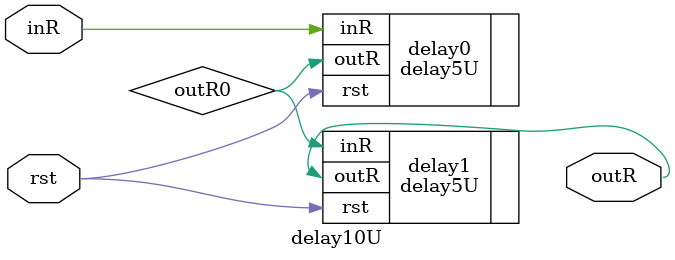
<source format=v>
`timescale 1ns / 1ps


(*dont_touch = "true"*)module delay10U(
    inR, outR, rst
    );
    input inR;
    output outR;
    input rst;
    
    wire outR0;
    (*KEEP="TRUE"*)(*dont_touch = "yes"*)(*OPTIMIZE="OFF"*)delay5U delay0(.inR(inR), .outR(outR0), .rst(rst));
    (*KEEP="TRUE"*)(*dont_touch = "yes"*)(*OPTIMIZE="OFF"*)delay5U delay1(.inR(outR0), .outR(outR), .rst(rst));
    
endmodule

</source>
